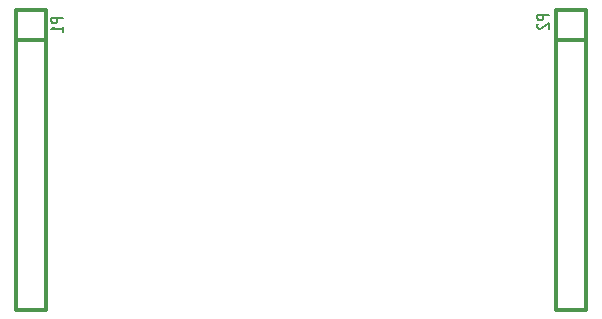
<source format=gbo>
G04 (created by PCBNEW-RS274X (2012-01-19 BZR 3256)-stable) date 1/26/2013 3:19:43 PM*
G01*
G70*
G90*
%MOIN*%
G04 Gerber Fmt 3.4, Leading zero omitted, Abs format*
%FSLAX34Y34*%
G04 APERTURE LIST*
%ADD10C,0.006000*%
%ADD11C,0.012000*%
%ADD12C,0.005000*%
G04 APERTURE END LIST*
G54D10*
G54D11*
X58500Y-45000D02*
X57500Y-45000D01*
X57500Y-45000D02*
X57500Y-55000D01*
X57500Y-55000D02*
X58500Y-55000D01*
X58500Y-55000D02*
X58500Y-45000D01*
X58500Y-46000D02*
X57500Y-46000D01*
X40500Y-45000D02*
X39500Y-45000D01*
X39500Y-45000D02*
X39500Y-55000D01*
X39500Y-55000D02*
X40500Y-55000D01*
X40500Y-55000D02*
X40500Y-45000D01*
X40500Y-46000D02*
X39500Y-46000D01*
G54D12*
X57262Y-45178D02*
X56862Y-45178D01*
X56862Y-45293D01*
X56881Y-45321D01*
X56900Y-45336D01*
X56938Y-45350D01*
X56995Y-45350D01*
X57033Y-45336D01*
X57052Y-45321D01*
X57071Y-45293D01*
X57071Y-45178D01*
X56900Y-45464D02*
X56881Y-45478D01*
X56862Y-45507D01*
X56862Y-45578D01*
X56881Y-45607D01*
X56900Y-45621D01*
X56938Y-45636D01*
X56976Y-45636D01*
X57033Y-45621D01*
X57262Y-45450D01*
X57262Y-45636D01*
X41062Y-45278D02*
X40662Y-45278D01*
X40662Y-45393D01*
X40681Y-45421D01*
X40700Y-45436D01*
X40738Y-45450D01*
X40795Y-45450D01*
X40833Y-45436D01*
X40852Y-45421D01*
X40871Y-45393D01*
X40871Y-45278D01*
X41062Y-45736D02*
X41062Y-45564D01*
X41062Y-45650D02*
X40662Y-45650D01*
X40719Y-45621D01*
X40757Y-45593D01*
X40776Y-45564D01*
M02*

</source>
